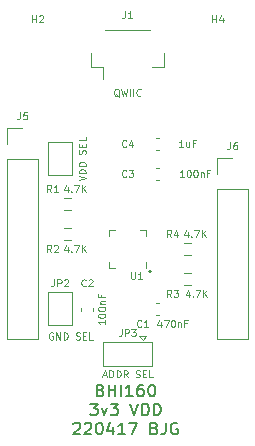
<source format=gto>
%TF.GenerationSoftware,KiCad,Pcbnew,(6.0.4)*%
%TF.CreationDate,2022-04-27T14:48:19-04:00*%
%TF.ProjectId,bhi160_breakout,62686931-3630-45f6-9272-65616b6f7574,rev?*%
%TF.SameCoordinates,Original*%
%TF.FileFunction,Legend,Top*%
%TF.FilePolarity,Positive*%
%FSLAX46Y46*%
G04 Gerber Fmt 4.6, Leading zero omitted, Abs format (unit mm)*
G04 Created by KiCad (PCBNEW (6.0.4)) date 2022-04-27 14:48:19*
%MOMM*%
%LPD*%
G01*
G04 APERTURE LIST*
%ADD10C,0.150000*%
%ADD11C,0.100000*%
%ADD12C,0.120000*%
G04 APERTURE END LIST*
D10*
X167908552Y-125013771D02*
X168051409Y-125061390D01*
X168099028Y-125109009D01*
X168146647Y-125204247D01*
X168146647Y-125347104D01*
X168099028Y-125442342D01*
X168051409Y-125489961D01*
X167956171Y-125537580D01*
X167575219Y-125537580D01*
X167575219Y-124537580D01*
X167908552Y-124537580D01*
X168003790Y-124585200D01*
X168051409Y-124632819D01*
X168099028Y-124728057D01*
X168099028Y-124823295D01*
X168051409Y-124918533D01*
X168003790Y-124966152D01*
X167908552Y-125013771D01*
X167575219Y-125013771D01*
X168575219Y-125537580D02*
X168575219Y-124537580D01*
X168575219Y-125013771D02*
X169146647Y-125013771D01*
X169146647Y-125537580D02*
X169146647Y-124537580D01*
X169622838Y-125537580D02*
X169622838Y-124537580D01*
X170622838Y-125537580D02*
X170051409Y-125537580D01*
X170337123Y-125537580D02*
X170337123Y-124537580D01*
X170241885Y-124680438D01*
X170146647Y-124775676D01*
X170051409Y-124823295D01*
X171479980Y-124537580D02*
X171289504Y-124537580D01*
X171194266Y-124585200D01*
X171146647Y-124632819D01*
X171051409Y-124775676D01*
X171003790Y-124966152D01*
X171003790Y-125347104D01*
X171051409Y-125442342D01*
X171099028Y-125489961D01*
X171194266Y-125537580D01*
X171384742Y-125537580D01*
X171479980Y-125489961D01*
X171527600Y-125442342D01*
X171575219Y-125347104D01*
X171575219Y-125109009D01*
X171527600Y-125013771D01*
X171479980Y-124966152D01*
X171384742Y-124918533D01*
X171194266Y-124918533D01*
X171099028Y-124966152D01*
X171051409Y-125013771D01*
X171003790Y-125109009D01*
X172194266Y-124537580D02*
X172289504Y-124537580D01*
X172384742Y-124585200D01*
X172432361Y-124632819D01*
X172479980Y-124728057D01*
X172527600Y-124918533D01*
X172527600Y-125156628D01*
X172479980Y-125347104D01*
X172432361Y-125442342D01*
X172384742Y-125489961D01*
X172289504Y-125537580D01*
X172194266Y-125537580D01*
X172099028Y-125489961D01*
X172051409Y-125442342D01*
X172003790Y-125347104D01*
X171956171Y-125156628D01*
X171956171Y-124918533D01*
X172003790Y-124728057D01*
X172051409Y-124632819D01*
X172099028Y-124585200D01*
X172194266Y-124537580D01*
X167027600Y-126147580D02*
X167646647Y-126147580D01*
X167313314Y-126528533D01*
X167456171Y-126528533D01*
X167551409Y-126576152D01*
X167599028Y-126623771D01*
X167646647Y-126719009D01*
X167646647Y-126957104D01*
X167599028Y-127052342D01*
X167551409Y-127099961D01*
X167456171Y-127147580D01*
X167170457Y-127147580D01*
X167075219Y-127099961D01*
X167027600Y-127052342D01*
X167979980Y-126480914D02*
X168218076Y-127147580D01*
X168456171Y-126480914D01*
X168741885Y-126147580D02*
X169360933Y-126147580D01*
X169027600Y-126528533D01*
X169170457Y-126528533D01*
X169265695Y-126576152D01*
X169313314Y-126623771D01*
X169360933Y-126719009D01*
X169360933Y-126957104D01*
X169313314Y-127052342D01*
X169265695Y-127099961D01*
X169170457Y-127147580D01*
X168884742Y-127147580D01*
X168789504Y-127099961D01*
X168741885Y-127052342D01*
X170408552Y-126147580D02*
X170741885Y-127147580D01*
X171075219Y-126147580D01*
X171408552Y-127147580D02*
X171408552Y-126147580D01*
X171646647Y-126147580D01*
X171789504Y-126195200D01*
X171884742Y-126290438D01*
X171932361Y-126385676D01*
X171979980Y-126576152D01*
X171979980Y-126719009D01*
X171932361Y-126909485D01*
X171884742Y-127004723D01*
X171789504Y-127099961D01*
X171646647Y-127147580D01*
X171408552Y-127147580D01*
X172408552Y-127147580D02*
X172408552Y-126147580D01*
X172646647Y-126147580D01*
X172789504Y-126195200D01*
X172884742Y-126290438D01*
X172932361Y-126385676D01*
X172979980Y-126576152D01*
X172979980Y-126719009D01*
X172932361Y-126909485D01*
X172884742Y-127004723D01*
X172789504Y-127099961D01*
X172646647Y-127147580D01*
X172408552Y-127147580D01*
X165599028Y-127852819D02*
X165646647Y-127805200D01*
X165741885Y-127757580D01*
X165979980Y-127757580D01*
X166075219Y-127805200D01*
X166122838Y-127852819D01*
X166170457Y-127948057D01*
X166170457Y-128043295D01*
X166122838Y-128186152D01*
X165551409Y-128757580D01*
X166170457Y-128757580D01*
X166551409Y-127852819D02*
X166599028Y-127805200D01*
X166694266Y-127757580D01*
X166932361Y-127757580D01*
X167027600Y-127805200D01*
X167075219Y-127852819D01*
X167122838Y-127948057D01*
X167122838Y-128043295D01*
X167075219Y-128186152D01*
X166503790Y-128757580D01*
X167122838Y-128757580D01*
X167741885Y-127757580D02*
X167837123Y-127757580D01*
X167932361Y-127805200D01*
X167979980Y-127852819D01*
X168027600Y-127948057D01*
X168075219Y-128138533D01*
X168075219Y-128376628D01*
X168027600Y-128567104D01*
X167979980Y-128662342D01*
X167932361Y-128709961D01*
X167837123Y-128757580D01*
X167741885Y-128757580D01*
X167646647Y-128709961D01*
X167599028Y-128662342D01*
X167551409Y-128567104D01*
X167503790Y-128376628D01*
X167503790Y-128138533D01*
X167551409Y-127948057D01*
X167599028Y-127852819D01*
X167646647Y-127805200D01*
X167741885Y-127757580D01*
X168932361Y-128090914D02*
X168932361Y-128757580D01*
X168694266Y-127709961D02*
X168456171Y-128424247D01*
X169075219Y-128424247D01*
X169979980Y-128757580D02*
X169408552Y-128757580D01*
X169694266Y-128757580D02*
X169694266Y-127757580D01*
X169599028Y-127900438D01*
X169503790Y-127995676D01*
X169408552Y-128043295D01*
X170313314Y-127757580D02*
X170979980Y-127757580D01*
X170551409Y-128757580D01*
X172456171Y-128233771D02*
X172599028Y-128281390D01*
X172646647Y-128329009D01*
X172694266Y-128424247D01*
X172694266Y-128567104D01*
X172646647Y-128662342D01*
X172599028Y-128709961D01*
X172503790Y-128757580D01*
X172122838Y-128757580D01*
X172122838Y-127757580D01*
X172456171Y-127757580D01*
X172551409Y-127805200D01*
X172599028Y-127852819D01*
X172646647Y-127948057D01*
X172646647Y-128043295D01*
X172599028Y-128138533D01*
X172551409Y-128186152D01*
X172456171Y-128233771D01*
X172122838Y-128233771D01*
X173408552Y-127757580D02*
X173408552Y-128471866D01*
X173360933Y-128614723D01*
X173265695Y-128709961D01*
X173122838Y-128757580D01*
X173027600Y-128757580D01*
X174408552Y-127805200D02*
X174313314Y-127757580D01*
X174170457Y-127757580D01*
X174027600Y-127805200D01*
X173932361Y-127900438D01*
X173884742Y-127995676D01*
X173837123Y-128186152D01*
X173837123Y-128329009D01*
X173884742Y-128519485D01*
X173932361Y-128614723D01*
X174027600Y-128709961D01*
X174170457Y-128757580D01*
X174265695Y-128757580D01*
X174408552Y-128709961D01*
X174456171Y-128662342D01*
X174456171Y-128329009D01*
X174265695Y-128329009D01*
X172131442Y-114960400D02*
G75*
G03*
X172131442Y-114960400I-71842J0D01*
G01*
D11*
%TO.C,J6*%
X178870000Y-104021428D02*
X178870000Y-104450000D01*
X178841428Y-104535714D01*
X178784285Y-104592857D01*
X178698571Y-104621428D01*
X178641428Y-104621428D01*
X179412857Y-104021428D02*
X179298571Y-104021428D01*
X179241428Y-104050000D01*
X179212857Y-104078571D01*
X179155714Y-104164285D01*
X179127142Y-104278571D01*
X179127142Y-104507142D01*
X179155714Y-104564285D01*
X179184285Y-104592857D01*
X179241428Y-104621428D01*
X179355714Y-104621428D01*
X179412857Y-104592857D01*
X179441428Y-104564285D01*
X179470000Y-104507142D01*
X179470000Y-104364285D01*
X179441428Y-104307142D01*
X179412857Y-104278571D01*
X179355714Y-104250000D01*
X179241428Y-104250000D01*
X179184285Y-104278571D01*
X179155714Y-104307142D01*
X179127142Y-104364285D01*
%TO.C,R2*%
X163730000Y-113301428D02*
X163530000Y-113015714D01*
X163387142Y-113301428D02*
X163387142Y-112701428D01*
X163615714Y-112701428D01*
X163672857Y-112730000D01*
X163701428Y-112758571D01*
X163730000Y-112815714D01*
X163730000Y-112901428D01*
X163701428Y-112958571D01*
X163672857Y-112987142D01*
X163615714Y-113015714D01*
X163387142Y-113015714D01*
X163958571Y-112758571D02*
X163987142Y-112730000D01*
X164044285Y-112701428D01*
X164187142Y-112701428D01*
X164244285Y-112730000D01*
X164272857Y-112758571D01*
X164301428Y-112815714D01*
X164301428Y-112872857D01*
X164272857Y-112958571D01*
X163930000Y-113301428D01*
X164301428Y-113301428D01*
X165120714Y-112901428D02*
X165120714Y-113301428D01*
X164977857Y-112672857D02*
X164835000Y-113101428D01*
X165206428Y-113101428D01*
X165435000Y-113244285D02*
X165463571Y-113272857D01*
X165435000Y-113301428D01*
X165406428Y-113272857D01*
X165435000Y-113244285D01*
X165435000Y-113301428D01*
X165663571Y-112701428D02*
X166063571Y-112701428D01*
X165806428Y-113301428D01*
X166292142Y-113301428D02*
X166292142Y-112701428D01*
X166635000Y-113301428D02*
X166377857Y-112958571D01*
X166635000Y-112701428D02*
X166292142Y-113044285D01*
%TO.C,R4*%
X173890000Y-112031428D02*
X173690000Y-111745714D01*
X173547142Y-112031428D02*
X173547142Y-111431428D01*
X173775714Y-111431428D01*
X173832857Y-111460000D01*
X173861428Y-111488571D01*
X173890000Y-111545714D01*
X173890000Y-111631428D01*
X173861428Y-111688571D01*
X173832857Y-111717142D01*
X173775714Y-111745714D01*
X173547142Y-111745714D01*
X174404285Y-111631428D02*
X174404285Y-112031428D01*
X174261428Y-111402857D02*
X174118571Y-111831428D01*
X174490000Y-111831428D01*
X175280714Y-111631428D02*
X175280714Y-112031428D01*
X175137857Y-111402857D02*
X174995000Y-111831428D01*
X175366428Y-111831428D01*
X175595000Y-111974285D02*
X175623571Y-112002857D01*
X175595000Y-112031428D01*
X175566428Y-112002857D01*
X175595000Y-111974285D01*
X175595000Y-112031428D01*
X175823571Y-111431428D02*
X176223571Y-111431428D01*
X175966428Y-112031428D01*
X176452142Y-112031428D02*
X176452142Y-111431428D01*
X176795000Y-112031428D02*
X176537857Y-111688571D01*
X176795000Y-111431428D02*
X176452142Y-111774285D01*
%TO.C,R3*%
X173890000Y-117111428D02*
X173690000Y-116825714D01*
X173547142Y-117111428D02*
X173547142Y-116511428D01*
X173775714Y-116511428D01*
X173832857Y-116540000D01*
X173861428Y-116568571D01*
X173890000Y-116625714D01*
X173890000Y-116711428D01*
X173861428Y-116768571D01*
X173832857Y-116797142D01*
X173775714Y-116825714D01*
X173547142Y-116825714D01*
X174090000Y-116511428D02*
X174461428Y-116511428D01*
X174261428Y-116740000D01*
X174347142Y-116740000D01*
X174404285Y-116768571D01*
X174432857Y-116797142D01*
X174461428Y-116854285D01*
X174461428Y-116997142D01*
X174432857Y-117054285D01*
X174404285Y-117082857D01*
X174347142Y-117111428D01*
X174175714Y-117111428D01*
X174118571Y-117082857D01*
X174090000Y-117054285D01*
X175407714Y-116711428D02*
X175407714Y-117111428D01*
X175264857Y-116482857D02*
X175122000Y-116911428D01*
X175493428Y-116911428D01*
X175722000Y-117054285D02*
X175750571Y-117082857D01*
X175722000Y-117111428D01*
X175693428Y-117082857D01*
X175722000Y-117054285D01*
X175722000Y-117111428D01*
X175950571Y-116511428D02*
X176350571Y-116511428D01*
X176093428Y-117111428D01*
X176579142Y-117111428D02*
X176579142Y-116511428D01*
X176922000Y-117111428D02*
X176664857Y-116768571D01*
X176922000Y-116511428D02*
X176579142Y-116854285D01*
%TO.C,R1*%
X163730000Y-108221428D02*
X163530000Y-107935714D01*
X163387142Y-108221428D02*
X163387142Y-107621428D01*
X163615714Y-107621428D01*
X163672857Y-107650000D01*
X163701428Y-107678571D01*
X163730000Y-107735714D01*
X163730000Y-107821428D01*
X163701428Y-107878571D01*
X163672857Y-107907142D01*
X163615714Y-107935714D01*
X163387142Y-107935714D01*
X164301428Y-108221428D02*
X163958571Y-108221428D01*
X164130000Y-108221428D02*
X164130000Y-107621428D01*
X164072857Y-107707142D01*
X164015714Y-107764285D01*
X163958571Y-107792857D01*
X165120714Y-107821428D02*
X165120714Y-108221428D01*
X164977857Y-107592857D02*
X164835000Y-108021428D01*
X165206428Y-108021428D01*
X165435000Y-108164285D02*
X165463571Y-108192857D01*
X165435000Y-108221428D01*
X165406428Y-108192857D01*
X165435000Y-108164285D01*
X165435000Y-108221428D01*
X165663571Y-107621428D02*
X166063571Y-107621428D01*
X165806428Y-108221428D01*
X166292142Y-108221428D02*
X166292142Y-107621428D01*
X166635000Y-108221428D02*
X166377857Y-107878571D01*
X166635000Y-107621428D02*
X166292142Y-107964285D01*
%TO.C,C4*%
X170080000Y-104354285D02*
X170051428Y-104382857D01*
X169965714Y-104411428D01*
X169908571Y-104411428D01*
X169822857Y-104382857D01*
X169765714Y-104325714D01*
X169737142Y-104268571D01*
X169708571Y-104154285D01*
X169708571Y-104068571D01*
X169737142Y-103954285D01*
X169765714Y-103897142D01*
X169822857Y-103840000D01*
X169908571Y-103811428D01*
X169965714Y-103811428D01*
X170051428Y-103840000D01*
X170080000Y-103868571D01*
X170594285Y-104011428D02*
X170594285Y-104411428D01*
X170451428Y-103782857D02*
X170308571Y-104211428D01*
X170680000Y-104211428D01*
X174902857Y-104411428D02*
X174560000Y-104411428D01*
X174731428Y-104411428D02*
X174731428Y-103811428D01*
X174674285Y-103897142D01*
X174617142Y-103954285D01*
X174560000Y-103982857D01*
X175417142Y-104011428D02*
X175417142Y-104411428D01*
X175160000Y-104011428D02*
X175160000Y-104325714D01*
X175188571Y-104382857D01*
X175245714Y-104411428D01*
X175331428Y-104411428D01*
X175388571Y-104382857D01*
X175417142Y-104354285D01*
X175902857Y-104097142D02*
X175702857Y-104097142D01*
X175702857Y-104411428D02*
X175702857Y-103811428D01*
X175988571Y-103811428D01*
%TO.C,C3*%
X170080000Y-106894285D02*
X170051428Y-106922857D01*
X169965714Y-106951428D01*
X169908571Y-106951428D01*
X169822857Y-106922857D01*
X169765714Y-106865714D01*
X169737142Y-106808571D01*
X169708571Y-106694285D01*
X169708571Y-106608571D01*
X169737142Y-106494285D01*
X169765714Y-106437142D01*
X169822857Y-106380000D01*
X169908571Y-106351428D01*
X169965714Y-106351428D01*
X170051428Y-106380000D01*
X170080000Y-106408571D01*
X170280000Y-106351428D02*
X170651428Y-106351428D01*
X170451428Y-106580000D01*
X170537142Y-106580000D01*
X170594285Y-106608571D01*
X170622857Y-106637142D01*
X170651428Y-106694285D01*
X170651428Y-106837142D01*
X170622857Y-106894285D01*
X170594285Y-106922857D01*
X170537142Y-106951428D01*
X170365714Y-106951428D01*
X170308571Y-106922857D01*
X170280000Y-106894285D01*
X174966428Y-106951428D02*
X174623571Y-106951428D01*
X174795000Y-106951428D02*
X174795000Y-106351428D01*
X174737857Y-106437142D01*
X174680714Y-106494285D01*
X174623571Y-106522857D01*
X175337857Y-106351428D02*
X175395000Y-106351428D01*
X175452142Y-106380000D01*
X175480714Y-106408571D01*
X175509285Y-106465714D01*
X175537857Y-106580000D01*
X175537857Y-106722857D01*
X175509285Y-106837142D01*
X175480714Y-106894285D01*
X175452142Y-106922857D01*
X175395000Y-106951428D01*
X175337857Y-106951428D01*
X175280714Y-106922857D01*
X175252142Y-106894285D01*
X175223571Y-106837142D01*
X175195000Y-106722857D01*
X175195000Y-106580000D01*
X175223571Y-106465714D01*
X175252142Y-106408571D01*
X175280714Y-106380000D01*
X175337857Y-106351428D01*
X175909285Y-106351428D02*
X175966428Y-106351428D01*
X176023571Y-106380000D01*
X176052142Y-106408571D01*
X176080714Y-106465714D01*
X176109285Y-106580000D01*
X176109285Y-106722857D01*
X176080714Y-106837142D01*
X176052142Y-106894285D01*
X176023571Y-106922857D01*
X175966428Y-106951428D01*
X175909285Y-106951428D01*
X175852142Y-106922857D01*
X175823571Y-106894285D01*
X175795000Y-106837142D01*
X175766428Y-106722857D01*
X175766428Y-106580000D01*
X175795000Y-106465714D01*
X175823571Y-106408571D01*
X175852142Y-106380000D01*
X175909285Y-106351428D01*
X176366428Y-106551428D02*
X176366428Y-106951428D01*
X176366428Y-106608571D02*
X176395000Y-106580000D01*
X176452142Y-106551428D01*
X176537857Y-106551428D01*
X176595000Y-106580000D01*
X176623571Y-106637142D01*
X176623571Y-106951428D01*
X177109285Y-106637142D02*
X176909285Y-106637142D01*
X176909285Y-106951428D02*
X176909285Y-106351428D01*
X177195000Y-106351428D01*
%TO.C,C2*%
X166651000Y-116165285D02*
X166622428Y-116193857D01*
X166536714Y-116222428D01*
X166479571Y-116222428D01*
X166393857Y-116193857D01*
X166336714Y-116136714D01*
X166308142Y-116079571D01*
X166279571Y-115965285D01*
X166279571Y-115879571D01*
X166308142Y-115765285D01*
X166336714Y-115708142D01*
X166393857Y-115651000D01*
X166479571Y-115622428D01*
X166536714Y-115622428D01*
X166622428Y-115651000D01*
X166651000Y-115679571D01*
X166879571Y-115679571D02*
X166908142Y-115651000D01*
X166965285Y-115622428D01*
X167108142Y-115622428D01*
X167165285Y-115651000D01*
X167193857Y-115679571D01*
X167222428Y-115736714D01*
X167222428Y-115793857D01*
X167193857Y-115879571D01*
X166851000Y-116222428D01*
X167222428Y-116222428D01*
X168292428Y-119089371D02*
X168292428Y-119432228D01*
X168292428Y-119260800D02*
X167692428Y-119260800D01*
X167778142Y-119317942D01*
X167835285Y-119375085D01*
X167863857Y-119432228D01*
X167692428Y-118717942D02*
X167692428Y-118660800D01*
X167721000Y-118603657D01*
X167749571Y-118575085D01*
X167806714Y-118546514D01*
X167921000Y-118517942D01*
X168063857Y-118517942D01*
X168178142Y-118546514D01*
X168235285Y-118575085D01*
X168263857Y-118603657D01*
X168292428Y-118660800D01*
X168292428Y-118717942D01*
X168263857Y-118775085D01*
X168235285Y-118803657D01*
X168178142Y-118832228D01*
X168063857Y-118860800D01*
X167921000Y-118860800D01*
X167806714Y-118832228D01*
X167749571Y-118803657D01*
X167721000Y-118775085D01*
X167692428Y-118717942D01*
X167692428Y-118146514D02*
X167692428Y-118089371D01*
X167721000Y-118032228D01*
X167749571Y-118003657D01*
X167806714Y-117975085D01*
X167921000Y-117946514D01*
X168063857Y-117946514D01*
X168178142Y-117975085D01*
X168235285Y-118003657D01*
X168263857Y-118032228D01*
X168292428Y-118089371D01*
X168292428Y-118146514D01*
X168263857Y-118203657D01*
X168235285Y-118232228D01*
X168178142Y-118260800D01*
X168063857Y-118289371D01*
X167921000Y-118289371D01*
X167806714Y-118260800D01*
X167749571Y-118232228D01*
X167721000Y-118203657D01*
X167692428Y-118146514D01*
X167892428Y-117689371D02*
X168292428Y-117689371D01*
X167949571Y-117689371D02*
X167921000Y-117660800D01*
X167892428Y-117603657D01*
X167892428Y-117517942D01*
X167921000Y-117460800D01*
X167978142Y-117432228D01*
X168292428Y-117432228D01*
X167978142Y-116946514D02*
X167978142Y-117146514D01*
X168292428Y-117146514D02*
X167692428Y-117146514D01*
X167692428Y-116860800D01*
%TO.C,C1*%
X171350000Y-119594285D02*
X171321428Y-119622857D01*
X171235714Y-119651428D01*
X171178571Y-119651428D01*
X171092857Y-119622857D01*
X171035714Y-119565714D01*
X171007142Y-119508571D01*
X170978571Y-119394285D01*
X170978571Y-119308571D01*
X171007142Y-119194285D01*
X171035714Y-119137142D01*
X171092857Y-119080000D01*
X171178571Y-119051428D01*
X171235714Y-119051428D01*
X171321428Y-119080000D01*
X171350000Y-119108571D01*
X171921428Y-119651428D02*
X171578571Y-119651428D01*
X171750000Y-119651428D02*
X171750000Y-119051428D01*
X171692857Y-119137142D01*
X171635714Y-119194285D01*
X171578571Y-119222857D01*
X173004285Y-119251428D02*
X173004285Y-119651428D01*
X172861428Y-119022857D02*
X172718571Y-119451428D01*
X173090000Y-119451428D01*
X173261428Y-119051428D02*
X173661428Y-119051428D01*
X173404285Y-119651428D01*
X174004285Y-119051428D02*
X174061428Y-119051428D01*
X174118571Y-119080000D01*
X174147142Y-119108571D01*
X174175714Y-119165714D01*
X174204285Y-119280000D01*
X174204285Y-119422857D01*
X174175714Y-119537142D01*
X174147142Y-119594285D01*
X174118571Y-119622857D01*
X174061428Y-119651428D01*
X174004285Y-119651428D01*
X173947142Y-119622857D01*
X173918571Y-119594285D01*
X173890000Y-119537142D01*
X173861428Y-119422857D01*
X173861428Y-119280000D01*
X173890000Y-119165714D01*
X173918571Y-119108571D01*
X173947142Y-119080000D01*
X174004285Y-119051428D01*
X174461428Y-119251428D02*
X174461428Y-119651428D01*
X174461428Y-119308571D02*
X174490000Y-119280000D01*
X174547142Y-119251428D01*
X174632857Y-119251428D01*
X174690000Y-119280000D01*
X174718571Y-119337142D01*
X174718571Y-119651428D01*
X175204285Y-119337142D02*
X175004285Y-119337142D01*
X175004285Y-119651428D02*
X175004285Y-119051428D01*
X175290000Y-119051428D01*
%TO.C,JP3*%
X169680000Y-119813428D02*
X169680000Y-120242000D01*
X169651428Y-120327714D01*
X169594285Y-120384857D01*
X169508571Y-120413428D01*
X169451428Y-120413428D01*
X169965714Y-120413428D02*
X169965714Y-119813428D01*
X170194285Y-119813428D01*
X170251428Y-119842000D01*
X170280000Y-119870571D01*
X170308571Y-119927714D01*
X170308571Y-120013428D01*
X170280000Y-120070571D01*
X170251428Y-120099142D01*
X170194285Y-120127714D01*
X169965714Y-120127714D01*
X170508571Y-119813428D02*
X170880000Y-119813428D01*
X170680000Y-120042000D01*
X170765714Y-120042000D01*
X170822857Y-120070571D01*
X170851428Y-120099142D01*
X170880000Y-120156285D01*
X170880000Y-120299142D01*
X170851428Y-120356285D01*
X170822857Y-120384857D01*
X170765714Y-120413428D01*
X170594285Y-120413428D01*
X170537142Y-120384857D01*
X170508571Y-120356285D01*
X168108571Y-123747200D02*
X168394285Y-123747200D01*
X168051428Y-123918628D02*
X168251428Y-123318628D01*
X168451428Y-123918628D01*
X168651428Y-123918628D02*
X168651428Y-123318628D01*
X168794285Y-123318628D01*
X168880000Y-123347200D01*
X168937142Y-123404342D01*
X168965714Y-123461485D01*
X168994285Y-123575771D01*
X168994285Y-123661485D01*
X168965714Y-123775771D01*
X168937142Y-123832914D01*
X168880000Y-123890057D01*
X168794285Y-123918628D01*
X168651428Y-123918628D01*
X169251428Y-123918628D02*
X169251428Y-123318628D01*
X169394285Y-123318628D01*
X169480000Y-123347200D01*
X169537142Y-123404342D01*
X169565714Y-123461485D01*
X169594285Y-123575771D01*
X169594285Y-123661485D01*
X169565714Y-123775771D01*
X169537142Y-123832914D01*
X169480000Y-123890057D01*
X169394285Y-123918628D01*
X169251428Y-123918628D01*
X170194285Y-123918628D02*
X169994285Y-123632914D01*
X169851428Y-123918628D02*
X169851428Y-123318628D01*
X170080000Y-123318628D01*
X170137142Y-123347200D01*
X170165714Y-123375771D01*
X170194285Y-123432914D01*
X170194285Y-123518628D01*
X170165714Y-123575771D01*
X170137142Y-123604342D01*
X170080000Y-123632914D01*
X169851428Y-123632914D01*
X170880000Y-123890057D02*
X170965714Y-123918628D01*
X171108571Y-123918628D01*
X171165714Y-123890057D01*
X171194285Y-123861485D01*
X171222857Y-123804342D01*
X171222857Y-123747200D01*
X171194285Y-123690057D01*
X171165714Y-123661485D01*
X171108571Y-123632914D01*
X170994285Y-123604342D01*
X170937142Y-123575771D01*
X170908571Y-123547200D01*
X170880000Y-123490057D01*
X170880000Y-123432914D01*
X170908571Y-123375771D01*
X170937142Y-123347200D01*
X170994285Y-123318628D01*
X171137142Y-123318628D01*
X171222857Y-123347200D01*
X171480000Y-123604342D02*
X171680000Y-123604342D01*
X171765714Y-123918628D02*
X171480000Y-123918628D01*
X171480000Y-123318628D01*
X171765714Y-123318628D01*
X172308571Y-123918628D02*
X172022857Y-123918628D01*
X172022857Y-123318628D01*
%TO.C,JP2*%
X163965000Y-115622428D02*
X163965000Y-116051000D01*
X163936428Y-116136714D01*
X163879285Y-116193857D01*
X163793571Y-116222428D01*
X163736428Y-116222428D01*
X164250714Y-116222428D02*
X164250714Y-115622428D01*
X164479285Y-115622428D01*
X164536428Y-115651000D01*
X164565000Y-115679571D01*
X164593571Y-115736714D01*
X164593571Y-115822428D01*
X164565000Y-115879571D01*
X164536428Y-115908142D01*
X164479285Y-115936714D01*
X164250714Y-115936714D01*
X164822142Y-115679571D02*
X164850714Y-115651000D01*
X164907857Y-115622428D01*
X165050714Y-115622428D01*
X165107857Y-115651000D01*
X165136428Y-115679571D01*
X165165000Y-115736714D01*
X165165000Y-115793857D01*
X165136428Y-115879571D01*
X164793571Y-116222428D01*
X165165000Y-116222428D01*
X163868285Y-120146800D02*
X163811142Y-120118228D01*
X163725428Y-120118228D01*
X163639714Y-120146800D01*
X163582571Y-120203942D01*
X163554000Y-120261085D01*
X163525428Y-120375371D01*
X163525428Y-120461085D01*
X163554000Y-120575371D01*
X163582571Y-120632514D01*
X163639714Y-120689657D01*
X163725428Y-120718228D01*
X163782571Y-120718228D01*
X163868285Y-120689657D01*
X163896857Y-120661085D01*
X163896857Y-120461085D01*
X163782571Y-120461085D01*
X164154000Y-120718228D02*
X164154000Y-120118228D01*
X164496857Y-120718228D01*
X164496857Y-120118228D01*
X164782571Y-120718228D02*
X164782571Y-120118228D01*
X164925428Y-120118228D01*
X165011142Y-120146800D01*
X165068285Y-120203942D01*
X165096857Y-120261085D01*
X165125428Y-120375371D01*
X165125428Y-120461085D01*
X165096857Y-120575371D01*
X165068285Y-120632514D01*
X165011142Y-120689657D01*
X164925428Y-120718228D01*
X164782571Y-120718228D01*
X165811142Y-120689657D02*
X165896857Y-120718228D01*
X166039714Y-120718228D01*
X166096857Y-120689657D01*
X166125428Y-120661085D01*
X166154000Y-120603942D01*
X166154000Y-120546800D01*
X166125428Y-120489657D01*
X166096857Y-120461085D01*
X166039714Y-120432514D01*
X165925428Y-120403942D01*
X165868285Y-120375371D01*
X165839714Y-120346800D01*
X165811142Y-120289657D01*
X165811142Y-120232514D01*
X165839714Y-120175371D01*
X165868285Y-120146800D01*
X165925428Y-120118228D01*
X166068285Y-120118228D01*
X166154000Y-120146800D01*
X166411142Y-120403942D02*
X166611142Y-120403942D01*
X166696857Y-120718228D02*
X166411142Y-120718228D01*
X166411142Y-120118228D01*
X166696857Y-120118228D01*
X167239714Y-120718228D02*
X166954000Y-120718228D01*
X166954000Y-120118228D01*
%TO.C,JP1*%
X166041428Y-107238571D02*
X166641428Y-107038571D01*
X166041428Y-106838571D01*
X166641428Y-106638571D02*
X166041428Y-106638571D01*
X166041428Y-106495714D01*
X166070000Y-106410000D01*
X166127142Y-106352857D01*
X166184285Y-106324285D01*
X166298571Y-106295714D01*
X166384285Y-106295714D01*
X166498571Y-106324285D01*
X166555714Y-106352857D01*
X166612857Y-106410000D01*
X166641428Y-106495714D01*
X166641428Y-106638571D01*
X166641428Y-106038571D02*
X166041428Y-106038571D01*
X166041428Y-105895714D01*
X166070000Y-105810000D01*
X166127142Y-105752857D01*
X166184285Y-105724285D01*
X166298571Y-105695714D01*
X166384285Y-105695714D01*
X166498571Y-105724285D01*
X166555714Y-105752857D01*
X166612857Y-105810000D01*
X166641428Y-105895714D01*
X166641428Y-106038571D01*
X166612857Y-105010000D02*
X166641428Y-104924285D01*
X166641428Y-104781428D01*
X166612857Y-104724285D01*
X166584285Y-104695714D01*
X166527142Y-104667142D01*
X166470000Y-104667142D01*
X166412857Y-104695714D01*
X166384285Y-104724285D01*
X166355714Y-104781428D01*
X166327142Y-104895714D01*
X166298571Y-104952857D01*
X166270000Y-104981428D01*
X166212857Y-105010000D01*
X166155714Y-105010000D01*
X166098571Y-104981428D01*
X166070000Y-104952857D01*
X166041428Y-104895714D01*
X166041428Y-104752857D01*
X166070000Y-104667142D01*
X166327142Y-104410000D02*
X166327142Y-104210000D01*
X166641428Y-104124285D02*
X166641428Y-104410000D01*
X166041428Y-104410000D01*
X166041428Y-104124285D01*
X166641428Y-103581428D02*
X166641428Y-103867142D01*
X166041428Y-103867142D01*
%TO.C,J5*%
X161090000Y-101476428D02*
X161090000Y-101905000D01*
X161061428Y-101990714D01*
X161004285Y-102047857D01*
X160918571Y-102076428D01*
X160861428Y-102076428D01*
X161661428Y-101476428D02*
X161375714Y-101476428D01*
X161347142Y-101762142D01*
X161375714Y-101733571D01*
X161432857Y-101705000D01*
X161575714Y-101705000D01*
X161632857Y-101733571D01*
X161661428Y-101762142D01*
X161690000Y-101819285D01*
X161690000Y-101962142D01*
X161661428Y-102019285D01*
X161632857Y-102047857D01*
X161575714Y-102076428D01*
X161432857Y-102076428D01*
X161375714Y-102047857D01*
X161347142Y-102019285D01*
%TO.C,J1*%
X169980000Y-92891428D02*
X169980000Y-93320000D01*
X169951428Y-93405714D01*
X169894285Y-93462857D01*
X169808571Y-93491428D01*
X169751428Y-93491428D01*
X170580000Y-93491428D02*
X170237142Y-93491428D01*
X170408571Y-93491428D02*
X170408571Y-92891428D01*
X170351428Y-92977142D01*
X170294285Y-93034285D01*
X170237142Y-93062857D01*
X169480000Y-100148571D02*
X169422857Y-100120000D01*
X169365714Y-100062857D01*
X169280000Y-99977142D01*
X169222857Y-99948571D01*
X169165714Y-99948571D01*
X169194285Y-100091428D02*
X169137142Y-100062857D01*
X169080000Y-100005714D01*
X169051428Y-99891428D01*
X169051428Y-99691428D01*
X169080000Y-99577142D01*
X169137142Y-99520000D01*
X169194285Y-99491428D01*
X169308571Y-99491428D01*
X169365714Y-99520000D01*
X169422857Y-99577142D01*
X169451428Y-99691428D01*
X169451428Y-99891428D01*
X169422857Y-100005714D01*
X169365714Y-100062857D01*
X169308571Y-100091428D01*
X169194285Y-100091428D01*
X169651428Y-99491428D02*
X169794285Y-100091428D01*
X169908571Y-99662857D01*
X170022857Y-100091428D01*
X170165714Y-99491428D01*
X170394285Y-100091428D02*
X170394285Y-99491428D01*
X170680000Y-100091428D02*
X170680000Y-99491428D01*
X171308571Y-100034285D02*
X171280000Y-100062857D01*
X171194285Y-100091428D01*
X171137142Y-100091428D01*
X171051428Y-100062857D01*
X170994285Y-100005714D01*
X170965714Y-99948571D01*
X170937142Y-99834285D01*
X170937142Y-99748571D01*
X170965714Y-99634285D01*
X170994285Y-99577142D01*
X171051428Y-99520000D01*
X171137142Y-99491428D01*
X171194285Y-99491428D01*
X171280000Y-99520000D01*
X171308571Y-99548571D01*
%TO.C,H2*%
X162102857Y-93861428D02*
X162102857Y-93261428D01*
X162102857Y-93547142D02*
X162445714Y-93547142D01*
X162445714Y-93861428D02*
X162445714Y-93261428D01*
X162702857Y-93318571D02*
X162731428Y-93290000D01*
X162788571Y-93261428D01*
X162931428Y-93261428D01*
X162988571Y-93290000D01*
X163017142Y-93318571D01*
X163045714Y-93375714D01*
X163045714Y-93432857D01*
X163017142Y-93518571D01*
X162674285Y-93861428D01*
X163045714Y-93861428D01*
%TO.C,H4*%
X177342857Y-93861428D02*
X177342857Y-93261428D01*
X177342857Y-93547142D02*
X177685714Y-93547142D01*
X177685714Y-93861428D02*
X177685714Y-93261428D01*
X178228571Y-93461428D02*
X178228571Y-93861428D01*
X178085714Y-93232857D02*
X177942857Y-93661428D01*
X178314285Y-93661428D01*
%TO.C,U1*%
X170484857Y-114987428D02*
X170484857Y-115473142D01*
X170513428Y-115530285D01*
X170542000Y-115558857D01*
X170599142Y-115587428D01*
X170713428Y-115587428D01*
X170770571Y-115558857D01*
X170799142Y-115530285D01*
X170827714Y-115473142D01*
X170827714Y-114987428D01*
X171427714Y-115587428D02*
X171084857Y-115587428D01*
X171256285Y-115587428D02*
X171256285Y-114987428D01*
X171199142Y-115073142D01*
X171142000Y-115130285D01*
X171084857Y-115158857D01*
D12*
%TO.C,J6*%
X177740000Y-107950000D02*
X177740000Y-120710000D01*
X177740000Y-120710000D02*
X180400000Y-120710000D01*
X177740000Y-107950000D02*
X180400000Y-107950000D01*
X177740000Y-105350000D02*
X179070000Y-105350000D01*
X180400000Y-107950000D02*
X180400000Y-120710000D01*
X177740000Y-106680000D02*
X177740000Y-105350000D01*
%TO.C,R2*%
X165354724Y-112282500D02*
X164845276Y-112282500D01*
X165354724Y-111237500D02*
X164845276Y-111237500D01*
%TO.C,R4*%
X175005276Y-113552500D02*
X175514724Y-113552500D01*
X175005276Y-112507500D02*
X175514724Y-112507500D01*
%TO.C,R3*%
X175005276Y-115047500D02*
X175514724Y-115047500D01*
X175005276Y-116092500D02*
X175514724Y-116092500D01*
%TO.C,R1*%
X165354724Y-108697500D02*
X164845276Y-108697500D01*
X165354724Y-109742500D02*
X164845276Y-109742500D01*
%TO.C,C4*%
X172573733Y-104650000D02*
X172866267Y-104650000D01*
X172573733Y-103630000D02*
X172866267Y-103630000D01*
%TO.C,C3*%
X172573733Y-107190000D02*
X172866267Y-107190000D01*
X172573733Y-106170000D02*
X172866267Y-106170000D01*
%TO.C,C2*%
X166215600Y-118014533D02*
X166215600Y-118307067D01*
X167235600Y-118014533D02*
X167235600Y-118307067D01*
%TO.C,C1*%
X172573733Y-118620000D02*
X172866267Y-118620000D01*
X172573733Y-117600000D02*
X172866267Y-117600000D01*
%TO.C,JP3*%
X171480000Y-120720000D02*
X171780000Y-120420000D01*
X171780000Y-120420000D02*
X171180000Y-120420000D01*
X172230000Y-120920000D02*
X172230000Y-122920000D01*
X172230000Y-122920000D02*
X168130000Y-122920000D01*
X168130000Y-120920000D02*
X172230000Y-120920000D01*
X168130000Y-122920000D02*
X168130000Y-120920000D01*
X171480000Y-120720000D02*
X171180000Y-120420000D01*
%TO.C,JP2*%
X165465000Y-116710000D02*
X165465000Y-119510000D01*
X163465000Y-119510000D02*
X163465000Y-116710000D01*
X163465000Y-116710000D02*
X165465000Y-116710000D01*
X165465000Y-119510000D02*
X163465000Y-119510000D01*
%TO.C,JP1*%
X165465000Y-106810000D02*
X163465000Y-106810000D01*
X163465000Y-104010000D02*
X165465000Y-104010000D01*
X163465000Y-106810000D02*
X163465000Y-104010000D01*
X165465000Y-104010000D02*
X165465000Y-106810000D01*
%TO.C,J5*%
X159960000Y-105405000D02*
X162620000Y-105405000D01*
X162620000Y-105405000D02*
X162620000Y-120705000D01*
X159960000Y-120705000D02*
X162620000Y-120705000D01*
X159960000Y-105405000D02*
X159960000Y-120705000D01*
X159960000Y-104135000D02*
X159960000Y-102805000D01*
X159960000Y-102805000D02*
X161290000Y-102805000D01*
%TO.C,J1*%
X167070000Y-97630000D02*
X168120000Y-97630000D01*
X173290000Y-97630000D02*
X172240000Y-97630000D01*
X168120000Y-97630000D02*
X168120000Y-98620000D01*
X167070000Y-96480000D02*
X167070000Y-97630000D01*
X168240000Y-94510000D02*
X172120000Y-94510000D01*
X173290000Y-96480000D02*
X173290000Y-97630000D01*
D11*
%TO.C,U1*%
X168580000Y-111430000D02*
X169080000Y-111430000D01*
X171780000Y-111430000D02*
X171780000Y-111930000D01*
X171780000Y-111430000D02*
X171280000Y-111430000D01*
X171780000Y-114630000D02*
X171780000Y-114130000D01*
X168580000Y-114630000D02*
X168580000Y-114130000D01*
X169080000Y-114630000D02*
X168580000Y-114630000D01*
X168580000Y-111930000D02*
X168580000Y-111430000D01*
X168580000Y-111430000D02*
X168580000Y-111930000D01*
%TD*%
M02*

</source>
